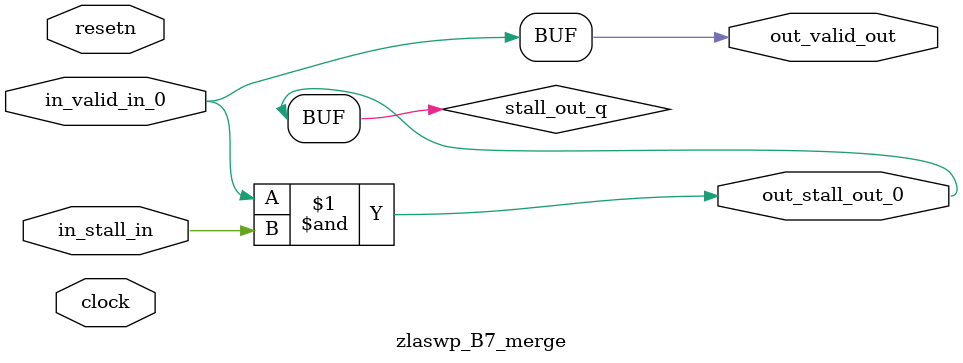
<source format=sv>



(* altera_attribute = "-name AUTO_SHIFT_REGISTER_RECOGNITION OFF; -name MESSAGE_DISABLE 10036; -name MESSAGE_DISABLE 10037; -name MESSAGE_DISABLE 14130; -name MESSAGE_DISABLE 14320; -name MESSAGE_DISABLE 15400; -name MESSAGE_DISABLE 14130; -name MESSAGE_DISABLE 10036; -name MESSAGE_DISABLE 12020; -name MESSAGE_DISABLE 12030; -name MESSAGE_DISABLE 12010; -name MESSAGE_DISABLE 12110; -name MESSAGE_DISABLE 14320; -name MESSAGE_DISABLE 13410; -name MESSAGE_DISABLE 113007; -name MESSAGE_DISABLE 10958" *)
module zlaswp_B7_merge (
    input wire [0:0] in_stall_in,
    input wire [0:0] in_valid_in_0,
    output wire [0:0] out_stall_out_0,
    output wire [0:0] out_valid_out,
    input wire clock,
    input wire resetn
    );

    wire [0:0] stall_out_q;


    // stall_out(LOGICAL,6)
    assign stall_out_q = in_valid_in_0 & in_stall_in;

    // out_stall_out_0(GPOUT,4)
    assign out_stall_out_0 = stall_out_q;

    // out_valid_out(GPOUT,5)
    assign out_valid_out = in_valid_in_0;

endmodule

</source>
